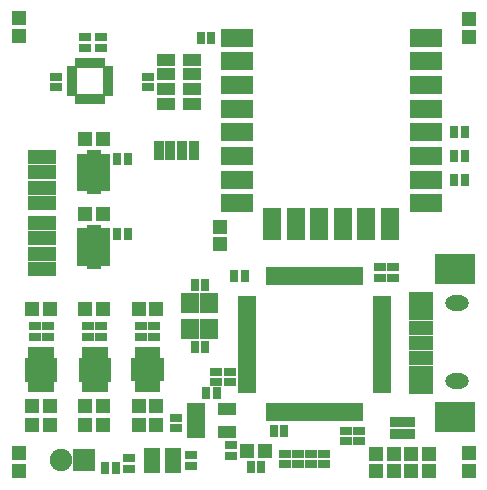
<source format=gts>
G04 #@! TF.FileFunction,Soldermask,Top*
%FSLAX46Y46*%
G04 Gerber Fmt 4.6, Leading zero omitted, Abs format (unit mm)*
G04 Created by KiCad (PCBNEW 4.1.0-alpha+201607160317+6981~46~ubuntu14.04.1-product) date Fri Jul 22 01:01:49 2016*
%MOMM*%
%LPD*%
G01*
G04 APERTURE LIST*
%ADD10C,0.100000*%
%ADD11R,1.550000X1.800000*%
%ADD12R,0.800000X1.000000*%
%ADD13R,1.000000X0.800000*%
%ADD14O,2.000000X1.300000*%
%ADD15R,2.000000X1.200000*%
%ADD16R,3.400000X2.500000*%
%ADD17R,2.400000X1.200000*%
%ADD18R,1.900000X1.900000*%
%ADD19C,1.900000*%
%ADD20R,0.720000X0.900000*%
%ADD21R,1.600000X0.700000*%
%ADD22R,0.700000X1.600000*%
%ADD23R,1.500000X1.000000*%
%ADD24R,0.900000X0.680000*%
%ADD25R,1.300000X3.800000*%
%ADD26R,1.400000X0.870000*%
%ADD27R,1.620000X1.020000*%
%ADD28R,0.650000X1.100000*%
%ADD29R,1.590000X1.230000*%
%ADD30R,1.500000X2.800000*%
%ADD31R,2.800000X1.500000*%
%ADD32R,0.900000X0.900000*%
%ADD33R,0.950000X0.600000*%
%ADD34R,0.600000X0.950000*%
%ADD35R,1.197560X1.197560*%
%ADD36R,1.150000X1.200000*%
%ADD37R,1.200000X1.150000*%
G04 APERTURE END LIST*
D10*
D11*
X134490000Y-99700000D03*
X134490000Y-101900000D03*
X132890000Y-101900000D03*
X132890000Y-99700000D03*
D12*
X137500000Y-97400000D03*
X136600000Y-97400000D03*
X140850000Y-110550000D03*
X139950000Y-110550000D03*
D13*
X147200000Y-110500000D03*
X147200000Y-111400000D03*
X148900000Y-97550000D03*
X148900000Y-96650000D03*
X146100000Y-110500000D03*
X146100000Y-111400000D03*
X150050000Y-97550000D03*
X150050000Y-96650000D03*
X135050000Y-106430000D03*
X135050000Y-105530000D03*
X136200000Y-106430000D03*
X136200000Y-105530000D03*
D12*
X134650000Y-77300000D03*
X133750000Y-77300000D03*
X134140000Y-103400000D03*
X133240000Y-103400000D03*
X133240000Y-98200000D03*
X134140000Y-98200000D03*
D13*
X121550000Y-80550000D03*
X121550000Y-81450000D03*
X125330000Y-78100000D03*
X125330000Y-77200000D03*
X129300000Y-80550000D03*
X129300000Y-81450000D03*
X123980000Y-78100000D03*
X123980000Y-77200000D03*
D12*
X126700000Y-87550000D03*
X127600000Y-87550000D03*
D13*
X132900000Y-112600000D03*
X132900000Y-113500000D03*
X143100000Y-112450000D03*
X143100000Y-113350000D03*
D12*
X126700000Y-93850000D03*
X127600000Y-93850000D03*
D13*
X136300000Y-111750000D03*
X136300000Y-112650000D03*
X131700000Y-110300000D03*
X131700000Y-109400000D03*
D14*
X155500000Y-106325000D03*
X155500000Y-99725000D03*
D15*
X152410000Y-99340000D03*
X152410000Y-100590000D03*
X152410000Y-101840000D03*
X152410000Y-103090000D03*
X152410000Y-104340000D03*
X152410000Y-105590000D03*
X152410000Y-106840000D03*
D16*
X155310000Y-109390000D03*
X155310000Y-96790000D03*
D17*
X120350000Y-88585000D03*
X120350000Y-87315000D03*
D18*
X123900000Y-113000000D03*
D19*
X121900000Y-113000000D03*
D17*
X120350000Y-91260000D03*
X120350000Y-89990000D03*
X120350000Y-94170000D03*
X120350000Y-92900000D03*
X120350000Y-96850000D03*
X120350000Y-95580000D03*
D12*
X125700000Y-113650000D03*
X126600000Y-113650000D03*
X156100000Y-85250000D03*
X155200000Y-85250000D03*
X156100000Y-87250000D03*
X155200000Y-87250000D03*
X156100000Y-89250000D03*
X155200000Y-89250000D03*
D13*
X144200000Y-113350000D03*
X144200000Y-112450000D03*
X127700000Y-112850000D03*
X127700000Y-113750000D03*
X140900000Y-113350000D03*
X140900000Y-112450000D03*
X142000000Y-112450000D03*
X142000000Y-113350000D03*
D12*
X135100000Y-107350000D03*
X134200000Y-107350000D03*
X138000000Y-113550000D03*
X138900000Y-113550000D03*
D13*
X120800000Y-101650000D03*
X120800000Y-102550000D03*
X129800000Y-101650000D03*
X129800000Y-102550000D03*
X119700000Y-102550000D03*
X119700000Y-101650000D03*
X128700000Y-102550000D03*
X128700000Y-101650000D03*
X125350000Y-101650000D03*
X125350000Y-102550000D03*
X124200000Y-102550000D03*
X124200000Y-101650000D03*
D20*
X151600000Y-109800000D03*
X150600000Y-109800000D03*
X151100000Y-109800000D03*
X150100000Y-109800000D03*
X151100000Y-110800000D03*
X151600000Y-110800000D03*
X150600000Y-110800000D03*
X150100000Y-110800000D03*
D21*
X137650000Y-99450000D03*
X137650000Y-99950000D03*
X137650000Y-100450000D03*
X137650000Y-100950000D03*
X137650000Y-101450000D03*
X137650000Y-101950000D03*
X137650000Y-102450000D03*
X137650000Y-102950000D03*
X137650000Y-103450000D03*
X137650000Y-103950000D03*
X137650000Y-104450000D03*
X137650000Y-104950000D03*
X137650000Y-105450000D03*
X137650000Y-105950000D03*
X137650000Y-106450000D03*
X137650000Y-106950000D03*
D22*
X139650000Y-108950000D03*
X140150000Y-108950000D03*
X140650000Y-108950000D03*
X141150000Y-108950000D03*
X141650000Y-108950000D03*
X142150000Y-108950000D03*
X142650000Y-108950000D03*
X143150000Y-108950000D03*
X143650000Y-108950000D03*
X144150000Y-108950000D03*
X144650000Y-108950000D03*
X145150000Y-108950000D03*
X145650000Y-108950000D03*
X146150000Y-108950000D03*
X146650000Y-108950000D03*
X147150000Y-108950000D03*
D21*
X149150000Y-106950000D03*
X149150000Y-106450000D03*
X149150000Y-105950000D03*
X149150000Y-105450000D03*
X149150000Y-104950000D03*
X149150000Y-104450000D03*
X149150000Y-103950000D03*
X149150000Y-103450000D03*
X149150000Y-102950000D03*
X149150000Y-102450000D03*
X149150000Y-101950000D03*
X149150000Y-101450000D03*
X149150000Y-100950000D03*
X149150000Y-100450000D03*
X149150000Y-99950000D03*
X149150000Y-99450000D03*
D22*
X147150000Y-97450000D03*
X146650000Y-97450000D03*
X146150000Y-97450000D03*
X145650000Y-97450000D03*
X145150000Y-97450000D03*
X144650000Y-97450000D03*
X144150000Y-97450000D03*
X143650000Y-97450000D03*
X143150000Y-97450000D03*
X142650000Y-97450000D03*
X142150000Y-97450000D03*
X141650000Y-97450000D03*
X141150000Y-97450000D03*
X140650000Y-97450000D03*
X140150000Y-97450000D03*
X139650000Y-97450000D03*
D23*
X130800000Y-81600000D03*
X130800000Y-82850000D03*
X130800000Y-80350000D03*
X130800000Y-79100000D03*
X133000000Y-79100000D03*
X133000000Y-80350000D03*
X133000000Y-82850000D03*
X133000000Y-81600000D03*
D24*
X123750000Y-87400000D03*
X123750000Y-87900000D03*
X123750000Y-88400000D03*
X123750000Y-88900000D03*
X123750000Y-89400000D03*
X123750000Y-89900000D03*
X125650000Y-89900000D03*
X125650000Y-89400000D03*
X125650000Y-88900000D03*
X125650000Y-88400000D03*
X125650000Y-87900000D03*
X125650000Y-87400000D03*
D25*
X124700000Y-88650000D03*
D26*
X131400000Y-113700000D03*
X131400000Y-113050000D03*
X131400000Y-112400000D03*
X129600000Y-112400000D03*
X129600000Y-113050000D03*
X129600000Y-113700000D03*
D24*
X123750000Y-93700000D03*
X123750000Y-94200000D03*
X123750000Y-94700000D03*
X123750000Y-95200000D03*
X123750000Y-95700000D03*
X123750000Y-96200000D03*
X125650000Y-96200000D03*
X125650000Y-95700000D03*
X125650000Y-95200000D03*
X125650000Y-94700000D03*
X125650000Y-94200000D03*
X125650000Y-93700000D03*
D25*
X124700000Y-94950000D03*
D27*
X135970000Y-108700000D03*
X135970000Y-110600000D03*
X133350000Y-110600000D03*
X133350000Y-109650000D03*
X133350000Y-108700000D03*
D28*
X121000000Y-103950000D03*
X120500000Y-103950000D03*
X120000000Y-103950000D03*
X119500000Y-103950000D03*
X119500000Y-106750000D03*
X120000000Y-106750000D03*
X120500000Y-106750000D03*
X121000000Y-106750000D03*
D29*
X119655000Y-105765000D03*
X120845000Y-105765000D03*
X119655000Y-104935000D03*
X120845000Y-104935000D03*
D28*
X130005000Y-103935000D03*
X129505000Y-103935000D03*
X129005000Y-103935000D03*
X128505000Y-103935000D03*
X128505000Y-106735000D03*
X129005000Y-106735000D03*
X129505000Y-106735000D03*
X130005000Y-106735000D03*
D29*
X128660000Y-105750000D03*
X129850000Y-105750000D03*
X128660000Y-104920000D03*
X129850000Y-104920000D03*
D28*
X125545000Y-103950000D03*
X125045000Y-103950000D03*
X124545000Y-103950000D03*
X124045000Y-103950000D03*
X124045000Y-106750000D03*
X124545000Y-106750000D03*
X125045000Y-106750000D03*
X125545000Y-106750000D03*
D29*
X124200000Y-105765000D03*
X125390000Y-105765000D03*
X124200000Y-104935000D03*
X125390000Y-104935000D03*
D30*
X139790000Y-93000000D03*
X141790000Y-93000000D03*
X143790000Y-93000000D03*
X145790000Y-93000000D03*
X147790000Y-93000000D03*
X149790000Y-93000000D03*
D31*
X136800000Y-77250000D03*
X136800000Y-79250000D03*
X136800000Y-81250000D03*
X136800000Y-83250000D03*
X136800000Y-85250000D03*
X136800000Y-87250000D03*
X136800000Y-89250000D03*
X136800000Y-91250000D03*
X152800000Y-91250000D03*
X152800000Y-89250000D03*
X152800000Y-87250000D03*
X152800000Y-85250000D03*
X152800000Y-83250000D03*
X152800000Y-81250000D03*
X152800000Y-79250000D03*
X152800000Y-77250000D03*
D32*
X130200000Y-86450000D03*
X130200000Y-87200000D03*
X131200000Y-86450000D03*
X131200000Y-87200000D03*
X132200000Y-86450000D03*
X132200000Y-87200000D03*
X133200000Y-86450000D03*
X133200000Y-87200000D03*
D33*
X125900000Y-81925000D03*
X125900000Y-81525000D03*
X125900000Y-81125000D03*
X125900000Y-80725000D03*
X125900000Y-80325000D03*
X125900000Y-79925000D03*
D34*
X125400000Y-79425000D03*
X125000000Y-79425000D03*
X124600000Y-79425000D03*
X124200000Y-79425000D03*
X123800000Y-79425000D03*
X123400000Y-79425000D03*
D33*
X122900000Y-79925000D03*
X122900000Y-80325000D03*
X122900000Y-80725000D03*
X122900000Y-81125000D03*
X122900000Y-81525000D03*
X122900000Y-81925000D03*
D34*
X123400000Y-82425000D03*
X123800000Y-82425000D03*
X124200000Y-82425000D03*
X124600000Y-82425000D03*
X125000000Y-82425000D03*
X125400000Y-82425000D03*
D35*
X156450000Y-75650700D03*
X156450000Y-77149300D03*
X118350000Y-75600700D03*
X118350000Y-77099300D03*
X156450000Y-112401400D03*
X156450000Y-113900000D03*
X139198600Y-112250000D03*
X137700000Y-112250000D03*
X118350000Y-112401400D03*
X118350000Y-113900000D03*
X153100000Y-112450700D03*
X153100000Y-113949300D03*
X150100000Y-112450000D03*
X150100000Y-113948600D03*
X148600000Y-112450700D03*
X148600000Y-113949300D03*
X151600000Y-112450700D03*
X151600000Y-113949300D03*
D36*
X135400000Y-93250000D03*
X135400000Y-94750000D03*
D37*
X123950000Y-85850000D03*
X125450000Y-85850000D03*
X121000000Y-108450000D03*
X119500000Y-108450000D03*
X125500000Y-108450000D03*
X124000000Y-108450000D03*
X123950000Y-92150000D03*
X125450000Y-92150000D03*
X125500000Y-110050000D03*
X124000000Y-110050000D03*
X125500000Y-100200000D03*
X124000000Y-100200000D03*
X130000000Y-110050000D03*
X128500000Y-110050000D03*
X121000000Y-100200000D03*
X119500000Y-100200000D03*
X130000000Y-100200000D03*
X128500000Y-100200000D03*
X121000000Y-110050000D03*
X119500000Y-110050000D03*
X130000000Y-108450000D03*
X128500000Y-108450000D03*
M02*

</source>
